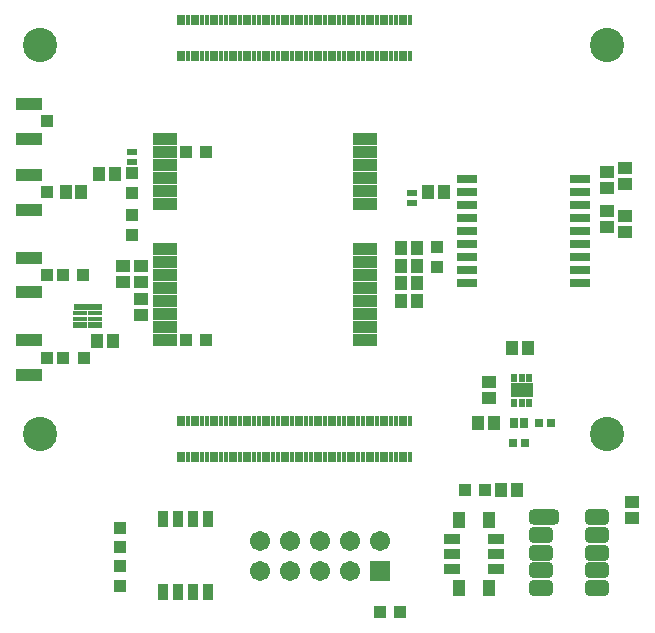
<source format=gts>
G04*
G04 #@! TF.GenerationSoftware,Altium Limited,Altium Designer,24.4.1 (13)*
G04*
G04 Layer_Color=8388736*
%FSLAX44Y44*%
%MOMM*%
G71*
G04*
G04 #@! TF.SameCoordinates,04CD6EF2-C197-4A20-A1F8-E206C623F04C*
G04*
G04*
G04 #@! TF.FilePolarity,Negative*
G04*
G01*
G75*
%ADD54R,1.0032X1.1032*%
%ADD55R,1.1032X1.0032*%
%ADD56R,1.0500X1.0000*%
%ADD57R,2.2000X1.0500*%
%ADD58R,0.8532X0.5532*%
%ADD59R,1.1032X1.2032*%
%ADD60R,1.0532X1.4532*%
%ADD61R,1.4532X0.8532*%
%ADD62R,1.8000X0.7000*%
%ADD63R,1.8000X0.8000*%
G04:AMPARAMS|DCode=64|XSize=2.6032mm|YSize=1.3032mm|CornerRadius=0.3766mm|HoleSize=0mm|Usage=FLASHONLY|Rotation=0.000|XOffset=0mm|YOffset=0mm|HoleType=Round|Shape=RoundedRectangle|*
%AMROUNDEDRECTD64*
21,1,2.6032,0.5500,0,0,0.0*
21,1,1.8500,1.3032,0,0,0.0*
1,1,0.7532,0.9250,-0.2750*
1,1,0.7532,-0.9250,-0.2750*
1,1,0.7532,-0.9250,0.2750*
1,1,0.7532,0.9250,0.2750*
%
%ADD64ROUNDEDRECTD64*%
G04:AMPARAMS|DCode=65|XSize=2.1032mm|YSize=1.3032mm|CornerRadius=0.3766mm|HoleSize=0mm|Usage=FLASHONLY|Rotation=0.000|XOffset=0mm|YOffset=0mm|HoleType=Round|Shape=RoundedRectangle|*
%AMROUNDEDRECTD65*
21,1,2.1032,0.5500,0,0,0.0*
21,1,1.3500,1.3032,0,0,0.0*
1,1,0.7532,0.6750,-0.2750*
1,1,0.7532,-0.6750,-0.2750*
1,1,0.7532,-0.6750,0.2750*
1,1,0.7532,0.6750,0.2750*
%
%ADD65ROUNDEDRECTD65*%
%ADD66R,0.9632X1.4532*%
%ADD67R,0.4032X0.9032*%
%ADD68R,2.0032X1.0032*%
%ADD69R,1.2032X1.1032*%
%ADD70R,1.9032X1.3032*%
%ADD71R,0.5532X0.8032*%
%ADD72R,1.1032X1.1032*%
%ADD73R,0.7032X0.8032*%
%ADD74R,1.1532X0.4532*%
%ADD75R,1.1532X0.5032*%
%ADD76R,1.2032X0.5032*%
%ADD77R,0.8032X0.8432*%
%ADD78C,2.9032*%
%ADD79C,1.7032*%
%ADD80R,1.7032X1.7032*%
D54*
X112500Y204000D02*
D03*
Y221000D02*
D03*
X371207Y176946D02*
D03*
Y193946D02*
D03*
X112268Y239150D02*
D03*
Y256150D02*
D03*
X102000Y-76500D02*
D03*
Y-93500D02*
D03*
D55*
X158378Y114554D02*
D03*
X175378D02*
D03*
X158124Y274066D02*
D03*
X175124D02*
D03*
X322716Y-115316D02*
D03*
X339716D02*
D03*
X71500Y100000D02*
D03*
X54500D02*
D03*
X411598Y-11938D02*
D03*
X394598D02*
D03*
X71000Y170000D02*
D03*
X54000D02*
D03*
D56*
X40250Y300000D02*
D03*
Y240000D02*
D03*
X40250Y170000D02*
D03*
X40250Y100000D02*
D03*
D57*
X25000Y285250D02*
D03*
Y314750D02*
D03*
Y225250D02*
D03*
Y254750D02*
D03*
X25000Y155250D02*
D03*
Y184750D02*
D03*
X25000Y85250D02*
D03*
Y114750D02*
D03*
D58*
X112522Y274506D02*
D03*
Y266006D02*
D03*
X349504Y239454D02*
D03*
Y230954D02*
D03*
D59*
X84944Y255778D02*
D03*
X98444D02*
D03*
X353750Y178000D02*
D03*
X340250D02*
D03*
X83249Y114391D02*
D03*
X96749D02*
D03*
X434250Y108000D02*
D03*
X447750D02*
D03*
X405750Y45000D02*
D03*
X419250D02*
D03*
X425304Y-11938D02*
D03*
X438804D02*
D03*
X363250Y240000D02*
D03*
X376750D02*
D03*
X340039Y163255D02*
D03*
X353540D02*
D03*
X353750Y193000D02*
D03*
X340250D02*
D03*
Y148000D02*
D03*
X353750D02*
D03*
X69750Y240000D02*
D03*
X56250D02*
D03*
D60*
X389300Y-37250D02*
D03*
Y-94750D02*
D03*
X414700D02*
D03*
Y-37250D02*
D03*
D61*
X383250Y-53300D02*
D03*
Y-66000D02*
D03*
Y-78700D02*
D03*
X420750D02*
D03*
Y-66000D02*
D03*
Y-53300D02*
D03*
D62*
X491500Y163500D02*
D03*
Y251500D02*
D03*
X396500D02*
D03*
Y163500D02*
D03*
D63*
X491500Y174500D02*
D03*
Y185500D02*
D03*
Y196500D02*
D03*
Y207500D02*
D03*
Y218500D02*
D03*
Y229500D02*
D03*
Y240500D02*
D03*
X396500D02*
D03*
Y229500D02*
D03*
Y218500D02*
D03*
Y207500D02*
D03*
Y196500D02*
D03*
Y185500D02*
D03*
Y174500D02*
D03*
D64*
X461000Y-35000D02*
D03*
D65*
X458500Y-50000D02*
D03*
Y-65000D02*
D03*
Y-80000D02*
D03*
Y-95000D02*
D03*
X506500D02*
D03*
Y-80000D02*
D03*
Y-65000D02*
D03*
Y-50000D02*
D03*
Y-35000D02*
D03*
D66*
X176550Y-36750D02*
D03*
X163850D02*
D03*
X151150D02*
D03*
X138450D02*
D03*
X176550Y-98250D02*
D03*
X163850D02*
D03*
X151150D02*
D03*
X138450D02*
D03*
D67*
X348000Y385800D02*
D03*
Y355000D02*
D03*
X344000Y385800D02*
D03*
Y355000D02*
D03*
X340000Y385800D02*
D03*
Y355000D02*
D03*
X336000Y385800D02*
D03*
Y355000D02*
D03*
X332000Y385800D02*
D03*
Y355000D02*
D03*
X328000Y385800D02*
D03*
Y355000D02*
D03*
X324000Y385800D02*
D03*
Y355000D02*
D03*
X320000Y385800D02*
D03*
Y355000D02*
D03*
X316000Y385800D02*
D03*
X312000D02*
D03*
Y355000D02*
D03*
X308000Y385800D02*
D03*
Y355000D02*
D03*
X304000Y385800D02*
D03*
Y355000D02*
D03*
X300000Y385800D02*
D03*
Y355000D02*
D03*
X296000Y385800D02*
D03*
Y355000D02*
D03*
X292000Y385800D02*
D03*
Y355000D02*
D03*
X288000Y385800D02*
D03*
Y355000D02*
D03*
X284000Y385800D02*
D03*
Y355000D02*
D03*
X280000Y385800D02*
D03*
Y355000D02*
D03*
X276000Y385800D02*
D03*
Y355000D02*
D03*
X272000Y385800D02*
D03*
Y355000D02*
D03*
X268000Y385800D02*
D03*
Y355000D02*
D03*
X264000Y385800D02*
D03*
Y355000D02*
D03*
X260000Y385800D02*
D03*
Y355000D02*
D03*
X256000Y385800D02*
D03*
Y355000D02*
D03*
X252000Y385800D02*
D03*
Y355000D02*
D03*
X248000Y385800D02*
D03*
Y355000D02*
D03*
X244000Y385800D02*
D03*
Y355000D02*
D03*
X240000Y385800D02*
D03*
Y355000D02*
D03*
X236000Y385800D02*
D03*
Y355000D02*
D03*
X232000Y385800D02*
D03*
Y355000D02*
D03*
X228000Y385800D02*
D03*
Y355000D02*
D03*
X224000Y385800D02*
D03*
Y355000D02*
D03*
X220000Y385800D02*
D03*
Y355000D02*
D03*
X216000Y385800D02*
D03*
Y355000D02*
D03*
X212000Y385800D02*
D03*
Y355000D02*
D03*
X208000Y385800D02*
D03*
Y355000D02*
D03*
X204000Y385800D02*
D03*
Y355000D02*
D03*
X200000Y385800D02*
D03*
Y355000D02*
D03*
X196000Y385800D02*
D03*
Y355000D02*
D03*
X192000Y385800D02*
D03*
Y355000D02*
D03*
X188000Y385800D02*
D03*
Y355000D02*
D03*
X184000Y385800D02*
D03*
Y355000D02*
D03*
X180000Y385800D02*
D03*
Y355000D02*
D03*
X176000Y385800D02*
D03*
Y355000D02*
D03*
X172000Y385800D02*
D03*
Y355000D02*
D03*
X168000Y385800D02*
D03*
Y355000D02*
D03*
X164000Y385800D02*
D03*
Y355000D02*
D03*
X160000Y385800D02*
D03*
Y355000D02*
D03*
X156000Y385800D02*
D03*
Y355000D02*
D03*
X152000Y385800D02*
D03*
Y355000D02*
D03*
X348000Y46600D02*
D03*
Y15800D02*
D03*
X344000Y46600D02*
D03*
Y15800D02*
D03*
X340000Y46600D02*
D03*
Y15800D02*
D03*
X336000Y46600D02*
D03*
Y15800D02*
D03*
X332000Y46600D02*
D03*
Y15800D02*
D03*
X328000Y46600D02*
D03*
Y15800D02*
D03*
X324000Y46600D02*
D03*
Y15800D02*
D03*
X320000Y46600D02*
D03*
Y15800D02*
D03*
X316000Y46600D02*
D03*
Y15800D02*
D03*
X312000Y46600D02*
D03*
Y15800D02*
D03*
X308000Y46600D02*
D03*
Y15800D02*
D03*
X304000Y46600D02*
D03*
Y15800D02*
D03*
X300000Y46600D02*
D03*
Y15800D02*
D03*
X296000Y46600D02*
D03*
Y15800D02*
D03*
X292000Y46600D02*
D03*
Y15800D02*
D03*
X288000Y46600D02*
D03*
Y15800D02*
D03*
X284000Y46600D02*
D03*
Y15800D02*
D03*
X280000Y46600D02*
D03*
Y15800D02*
D03*
X276000Y46600D02*
D03*
Y15800D02*
D03*
X272000Y46600D02*
D03*
Y15800D02*
D03*
X268000Y46600D02*
D03*
Y15800D02*
D03*
X264000Y46600D02*
D03*
Y15800D02*
D03*
X260000Y46600D02*
D03*
Y15800D02*
D03*
X256000Y46600D02*
D03*
Y15800D02*
D03*
X252000Y46600D02*
D03*
Y15800D02*
D03*
X248000Y46600D02*
D03*
Y15800D02*
D03*
X244000Y46600D02*
D03*
Y15800D02*
D03*
X240000Y46600D02*
D03*
Y15800D02*
D03*
X236000Y46600D02*
D03*
Y15800D02*
D03*
X232000Y46600D02*
D03*
Y15800D02*
D03*
X228000Y46600D02*
D03*
Y15800D02*
D03*
X224000Y46600D02*
D03*
Y15800D02*
D03*
X220000Y46600D02*
D03*
Y15800D02*
D03*
X216000Y46600D02*
D03*
Y15800D02*
D03*
X212000Y46600D02*
D03*
Y15800D02*
D03*
X208000Y46600D02*
D03*
Y15800D02*
D03*
X204000Y46600D02*
D03*
Y15800D02*
D03*
X200000Y46600D02*
D03*
Y15800D02*
D03*
X196000Y46600D02*
D03*
Y15800D02*
D03*
X192000Y46600D02*
D03*
Y15800D02*
D03*
X188000Y46600D02*
D03*
Y15800D02*
D03*
X184000Y46600D02*
D03*
Y15800D02*
D03*
X180000Y46600D02*
D03*
Y15800D02*
D03*
X176000Y46600D02*
D03*
Y15800D02*
D03*
X172000Y46600D02*
D03*
Y15800D02*
D03*
X168000Y46600D02*
D03*
Y15800D02*
D03*
X164000Y46600D02*
D03*
Y15800D02*
D03*
X160000Y46600D02*
D03*
Y15800D02*
D03*
X156000Y46600D02*
D03*
Y15800D02*
D03*
X152000Y46600D02*
D03*
Y15800D02*
D03*
X316000Y355000D02*
D03*
D68*
X309455Y115000D02*
D03*
Y126000D02*
D03*
Y137000D02*
D03*
Y148000D02*
D03*
Y159000D02*
D03*
Y170000D02*
D03*
Y181000D02*
D03*
Y192000D02*
D03*
Y230000D02*
D03*
Y241000D02*
D03*
Y252000D02*
D03*
Y263000D02*
D03*
Y274000D02*
D03*
Y285000D02*
D03*
X140545D02*
D03*
Y274000D02*
D03*
Y263000D02*
D03*
Y252000D02*
D03*
Y241000D02*
D03*
Y230000D02*
D03*
Y181000D02*
D03*
Y170000D02*
D03*
Y159000D02*
D03*
Y148000D02*
D03*
Y137000D02*
D03*
Y126000D02*
D03*
Y115000D02*
D03*
Y192000D02*
D03*
D69*
X415000Y79250D02*
D03*
Y65750D02*
D03*
X536000Y-35750D02*
D03*
Y-22250D02*
D03*
X120000Y149750D02*
D03*
Y136250D02*
D03*
X530000Y247250D02*
D03*
Y260750D02*
D03*
X514350Y243440D02*
D03*
Y256940D02*
D03*
X105000Y164250D02*
D03*
Y177750D02*
D03*
X530000Y219750D02*
D03*
Y206250D02*
D03*
X120000Y164250D02*
D03*
Y177750D02*
D03*
X514350Y224174D02*
D03*
Y210674D02*
D03*
D70*
X442500Y72500D02*
D03*
D71*
X436000Y83000D02*
D03*
X442500D02*
D03*
X449000D02*
D03*
Y62000D02*
D03*
X442500D02*
D03*
X436000D02*
D03*
D72*
X102000Y-60000D02*
D03*
Y-44000D02*
D03*
D73*
X445000Y27500D02*
D03*
X435000D02*
D03*
X467500Y45000D02*
D03*
X457500D02*
D03*
D74*
X68750Y137500D02*
D03*
Y132500D02*
D03*
X81250Y137500D02*
D03*
Y132500D02*
D03*
D75*
Y142500D02*
D03*
Y127500D02*
D03*
X68750D02*
D03*
D76*
X69000Y142500D02*
D03*
D77*
X435600Y45000D02*
D03*
X444400D02*
D03*
D78*
X35000Y35000D02*
D03*
X515000Y365036D02*
D03*
X35000Y365000D02*
D03*
X515000Y35000D02*
D03*
D79*
X221200Y-55300D02*
D03*
Y-80700D02*
D03*
X246600Y-55300D02*
D03*
Y-80700D02*
D03*
X297400Y-55300D02*
D03*
X272000Y-80700D02*
D03*
Y-55300D02*
D03*
X322800D02*
D03*
X297400Y-80700D02*
D03*
D80*
X322800D02*
D03*
M02*

</source>
